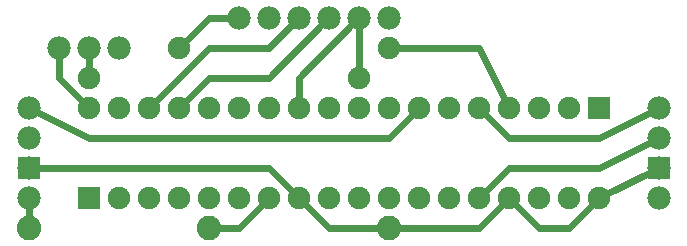
<source format=gtl>
G04 MADE WITH FRITZING*
G04 WWW.FRITZING.ORG*
G04 DOUBLE SIDED*
G04 HOLES PLATED*
G04 CONTOUR ON CENTER OF CONTOUR VECTOR*
%ASAXBY*%
%FSLAX23Y23*%
%MOIN*%
%OFA0B0*%
%SFA1.0B1.0*%
%ADD10C,0.075000*%
%ADD11C,0.078000*%
%ADD12C,0.082000*%
%ADD13R,0.075000X0.075000*%
%ADD14R,0.078000X0.078000*%
%ADD15C,0.024000*%
%LNCOPPER1*%
G90*
G70*
G54D10*
X590Y689D03*
X1290Y689D03*
X290Y589D03*
X1190Y589D03*
G54D11*
X390Y689D03*
X290Y689D03*
X190Y689D03*
X90Y489D03*
X90Y389D03*
X2190Y389D03*
X2190Y489D03*
X790Y789D03*
X890Y789D03*
X990Y789D03*
X1090Y789D03*
X1190Y789D03*
X1290Y789D03*
G54D10*
X1991Y489D03*
X1991Y189D03*
X1891Y489D03*
X1891Y189D03*
X1791Y489D03*
X1791Y189D03*
X1691Y489D03*
X1691Y189D03*
X290Y189D03*
X290Y489D03*
X390Y189D03*
X390Y489D03*
X490Y189D03*
X490Y489D03*
X590Y189D03*
X590Y489D03*
X690Y189D03*
X690Y489D03*
X790Y189D03*
X790Y489D03*
X890Y189D03*
X890Y489D03*
X990Y189D03*
X990Y489D03*
X1090Y189D03*
X1090Y489D03*
X1190Y189D03*
X1190Y489D03*
X1290Y189D03*
X1290Y489D03*
X1390Y189D03*
X1390Y489D03*
X1490Y189D03*
X1490Y489D03*
X1590Y189D03*
X1590Y489D03*
G54D11*
X90Y289D03*
X90Y189D03*
X2190Y289D03*
X2190Y189D03*
G54D12*
X1290Y89D03*
X690Y89D03*
X90Y89D03*
X690Y89D03*
G54D13*
X1991Y489D03*
X290Y189D03*
G54D14*
X90Y289D03*
X2190Y289D03*
G54D15*
X90Y121D02*
X90Y158D01*
D02*
X1090Y88D02*
X1011Y168D01*
D02*
X1590Y88D02*
X1323Y88D01*
D02*
X1671Y169D02*
X1590Y88D01*
D02*
X1258Y88D02*
X1090Y88D01*
D02*
X1790Y88D02*
X1711Y169D01*
D02*
X1891Y89D02*
X1790Y88D01*
D02*
X1971Y169D02*
X1891Y89D01*
D02*
X2016Y202D02*
X2164Y275D01*
D02*
X1691Y288D02*
X1611Y209D01*
D02*
X1691Y389D02*
X1611Y468D01*
D02*
X2163Y475D02*
X1990Y389D01*
D02*
X1990Y389D02*
X1691Y389D01*
D02*
X121Y289D02*
X890Y288D01*
D02*
X890Y288D02*
X970Y209D01*
D02*
X991Y589D02*
X991Y517D01*
D02*
X1169Y767D02*
X991Y589D01*
D02*
X1990Y288D02*
X1691Y288D01*
D02*
X2164Y375D02*
X1990Y288D01*
D02*
X791Y88D02*
X723Y88D01*
D02*
X870Y168D02*
X791Y88D01*
D02*
X1291Y389D02*
X1370Y468D01*
D02*
X117Y475D02*
X290Y389D01*
D02*
X290Y389D02*
X1291Y389D01*
D02*
X690Y688D02*
X511Y509D01*
D02*
X890Y688D02*
X690Y688D01*
D02*
X690Y589D02*
X890Y589D01*
D02*
X890Y589D02*
X1069Y767D01*
D02*
X969Y767D02*
X890Y688D01*
D02*
X611Y509D02*
X690Y589D01*
D02*
X190Y588D02*
X190Y658D01*
D02*
X270Y509D02*
X190Y588D01*
D02*
X290Y658D02*
X290Y617D01*
D02*
X1190Y758D02*
X1190Y617D01*
D02*
X1591Y690D02*
X1319Y689D01*
D02*
X1678Y515D02*
X1591Y690D01*
D02*
X691Y789D02*
X611Y709D01*
D02*
X760Y789D02*
X691Y789D01*
G04 End of Copper1*
M02*
</source>
